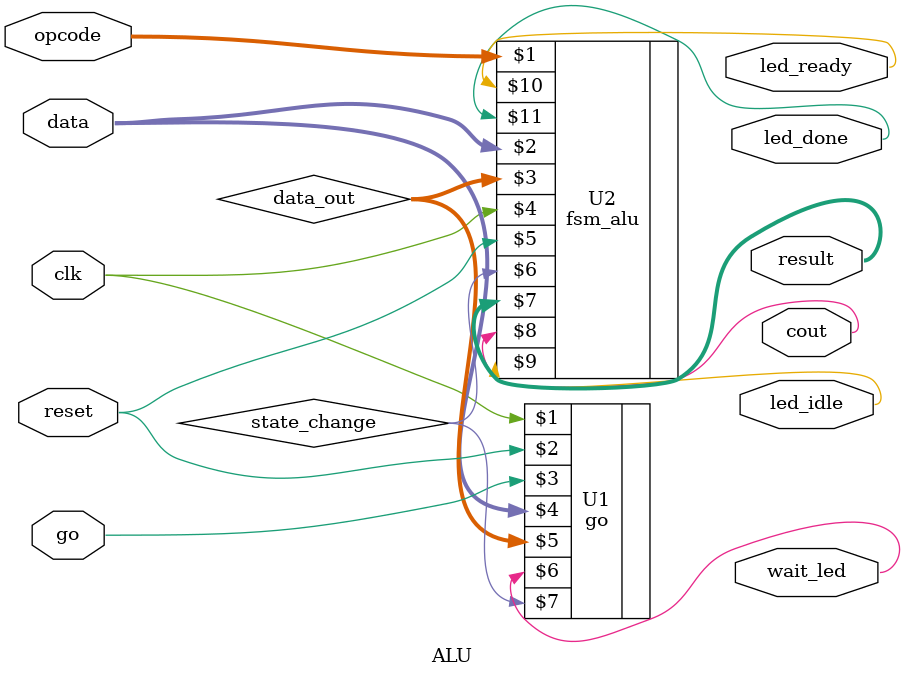
<source format=v>
module ALU(
	input clk,
	input reset,
	input go,
	input [2:0] opcode,
	input [3:0] data,	
	output wait_led, cout, led_idle, led_ready, led_done,
	output [4:0] result
);

wire [3:0] data_out;
wire state_change;


go				U1(clk, reset, go, data, data_out, wait_led, state_change);
fsm_alu		U2(opcode, data, data_out, clk, reset, state_change, result, cout, led_idle, led_ready, led_done);

endmodule
</source>
